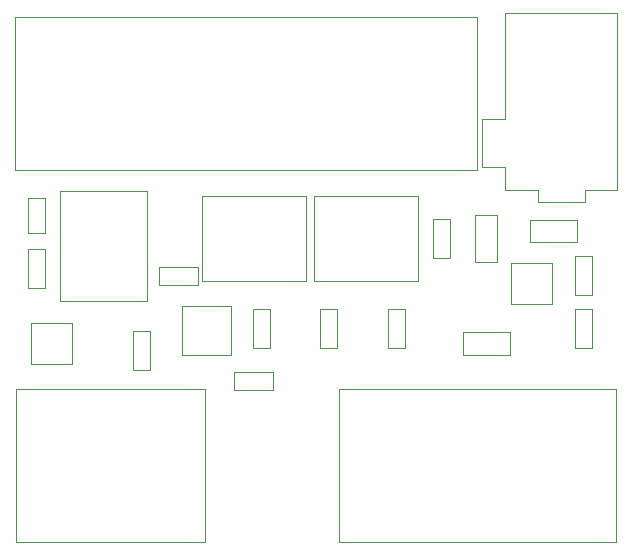
<source format=gbr>
G04 #@! TF.GenerationSoftware,KiCad,Pcbnew,(5.0.2)-1*
G04 #@! TF.CreationDate,2019-04-22T21:15:55+05:30*
G04 #@! TF.ProjectId,parking_sense_1,7061726b-696e-4675-9f73-656e73655f31,rev?*
G04 #@! TF.SameCoordinates,Original*
G04 #@! TF.FileFunction,Other,User*
%FSLAX46Y46*%
G04 Gerber Fmt 4.6, Leading zero omitted, Abs format (unit mm)*
G04 Created by KiCad (PCBNEW (5.0.2)-1) date 04/22/19 21:15:55*
%MOMM*%
%LPD*%
G01*
G04 APERTURE LIST*
%ADD10C,0.050000*%
G04 APERTURE END LIST*
D10*
G04 #@! TO.C,D1*
X82645000Y-47940000D02*
X82645000Y-46040000D01*
X82645000Y-46040000D02*
X78645000Y-46040000D01*
X78645000Y-47940000D02*
X78645000Y-46040000D01*
X82645000Y-47940000D02*
X78645000Y-47940000D01*
G04 #@! TO.C,D3*
X75880000Y-45625000D02*
X73980000Y-45625000D01*
X73980000Y-45625000D02*
X73980000Y-49625000D01*
X75880000Y-49625000D02*
X73980000Y-49625000D01*
X75880000Y-45625000D02*
X75880000Y-49625000D01*
G04 #@! TO.C,J3*
X85925000Y-60365000D02*
X62425000Y-60365000D01*
X85925000Y-73365000D02*
X85925000Y-60365000D01*
X62425000Y-73365000D02*
X85925000Y-73365000D01*
X62425000Y-60365000D02*
X62425000Y-73365000D01*
G04 #@! TO.C,D2*
X76930000Y-57465000D02*
X72930000Y-57465000D01*
X72930000Y-57465000D02*
X72930000Y-55565000D01*
X76930000Y-55565000D02*
X72930000Y-55565000D01*
X76930000Y-57465000D02*
X76930000Y-55565000D01*
G04 #@! TO.C,Q2*
X36350000Y-54815000D02*
X39850000Y-54815000D01*
X36350000Y-58215000D02*
X36350000Y-54815000D01*
X39850000Y-58215000D02*
X36350000Y-58215000D01*
X39850000Y-54815000D02*
X39850000Y-58215000D01*
G04 #@! TO.C,Q1*
X80490000Y-49735000D02*
X80490000Y-53135000D01*
X80490000Y-53135000D02*
X76990000Y-53135000D01*
X76990000Y-53135000D02*
X76990000Y-49735000D01*
X76990000Y-49735000D02*
X80490000Y-49735000D01*
G04 #@! TO.C,C1*
X70390000Y-45975000D02*
X71850000Y-45975000D01*
X71850000Y-45975000D02*
X71850000Y-49275000D01*
X71850000Y-49275000D02*
X70390000Y-49275000D01*
X70390000Y-49275000D02*
X70390000Y-45975000D01*
G04 #@! TO.C,C2*
X66580000Y-56895000D02*
X66580000Y-53595000D01*
X68040000Y-56895000D02*
X66580000Y-56895000D01*
X68040000Y-53595000D02*
X68040000Y-56895000D01*
X66580000Y-53595000D02*
X68040000Y-53595000D01*
G04 #@! TO.C,C3*
X60865000Y-53595000D02*
X62325000Y-53595000D01*
X62325000Y-53595000D02*
X62325000Y-56895000D01*
X62325000Y-56895000D02*
X60865000Y-56895000D01*
X60865000Y-56895000D02*
X60865000Y-53595000D01*
G04 #@! TO.C,C4*
X56610000Y-53595000D02*
X56610000Y-56895000D01*
X55150000Y-53595000D02*
X56610000Y-53595000D01*
X55150000Y-56895000D02*
X55150000Y-53595000D01*
X56610000Y-56895000D02*
X55150000Y-56895000D01*
G04 #@! TO.C,C5*
X53595000Y-60420000D02*
X53595000Y-58960000D01*
X53595000Y-58960000D02*
X56895000Y-58960000D01*
X56895000Y-58960000D02*
X56895000Y-60420000D01*
X56895000Y-60420000D02*
X53595000Y-60420000D01*
G04 #@! TO.C,J1*
X85780000Y-43545000D02*
X86030000Y-43545000D01*
X86030000Y-43545000D02*
X86030000Y-28545000D01*
X85780000Y-43545000D02*
X83280000Y-43545000D01*
X83280000Y-43545000D02*
X83280000Y-44545000D01*
X83280000Y-44545000D02*
X79280000Y-44545000D01*
X79280000Y-44545000D02*
X79280000Y-43545000D01*
X79280000Y-43545000D02*
X76530000Y-43545000D01*
X76530000Y-43545000D02*
X76530000Y-41545000D01*
X76530000Y-41545000D02*
X74530000Y-41545000D01*
X74530000Y-41545000D02*
X74530000Y-37545000D01*
X74530000Y-37545000D02*
X76530000Y-37545000D01*
X76530000Y-37545000D02*
X76530000Y-28545000D01*
X76530000Y-28545000D02*
X86030000Y-28545000D01*
G04 #@! TO.C,J2*
X35120000Y-60365000D02*
X35120000Y-73365000D01*
X35120000Y-73365000D02*
X51120000Y-73365000D01*
X51120000Y-73365000D02*
X51120000Y-60365000D01*
X51120000Y-60365000D02*
X35120000Y-60365000D01*
G04 #@! TO.C,J4*
X74160000Y-41870000D02*
X74160000Y-28870000D01*
X74160000Y-28870000D02*
X35060000Y-28870000D01*
X35060000Y-28870000D02*
X35060000Y-41870000D01*
X35060000Y-41870000D02*
X74160000Y-41870000D01*
G04 #@! TO.C,D4*
X37560000Y-47200000D02*
X36100000Y-47200000D01*
X36100000Y-47200000D02*
X36100000Y-44240000D01*
X36100000Y-44240000D02*
X37560000Y-44240000D01*
X37560000Y-44240000D02*
X37560000Y-47200000D01*
G04 #@! TO.C,U2*
X49150000Y-53330000D02*
X49150000Y-57530000D01*
X53350000Y-53330000D02*
X53350000Y-57530000D01*
X49150000Y-53330000D02*
X53350000Y-53330000D01*
X49150000Y-57530000D02*
X53350000Y-57530000D01*
G04 #@! TO.C,U1*
X38845000Y-43610000D02*
X38845000Y-52910000D01*
X46245000Y-43610000D02*
X46245000Y-52910000D01*
X38845000Y-43610000D02*
X46245000Y-43610000D01*
X38845000Y-52910000D02*
X46245000Y-52910000D01*
G04 #@! TO.C,U4*
X69170000Y-51225000D02*
X69170000Y-44025000D01*
X69170000Y-44025000D02*
X60370000Y-44025000D01*
X60370000Y-44025000D02*
X60370000Y-51225000D01*
X60370000Y-51225000D02*
X69170000Y-51225000D01*
G04 #@! TO.C,U5*
X50845000Y-51225000D02*
X59645000Y-51225000D01*
X50845000Y-44025000D02*
X50845000Y-51225000D01*
X59645000Y-44025000D02*
X50845000Y-44025000D01*
X59645000Y-51225000D02*
X59645000Y-44025000D01*
G04 #@! TO.C,R1*
X82455000Y-49150000D02*
X83915000Y-49150000D01*
X83915000Y-49150000D02*
X83915000Y-52450000D01*
X83915000Y-52450000D02*
X82455000Y-52450000D01*
X82455000Y-52450000D02*
X82455000Y-49150000D01*
G04 #@! TO.C,R2*
X82455000Y-56895000D02*
X82455000Y-53595000D01*
X83915000Y-56895000D02*
X82455000Y-56895000D01*
X83915000Y-53595000D02*
X83915000Y-56895000D01*
X82455000Y-53595000D02*
X83915000Y-53595000D01*
G04 #@! TO.C,R3*
X46450000Y-58800000D02*
X44990000Y-58800000D01*
X44990000Y-58800000D02*
X44990000Y-55500000D01*
X44990000Y-55500000D02*
X46450000Y-55500000D01*
X46450000Y-55500000D02*
X46450000Y-58800000D01*
G04 #@! TO.C,R4*
X47245000Y-50070000D02*
X50545000Y-50070000D01*
X47245000Y-51530000D02*
X47245000Y-50070000D01*
X50545000Y-51530000D02*
X47245000Y-51530000D01*
X50545000Y-50070000D02*
X50545000Y-51530000D01*
G04 #@! TO.C,R5*
X36100000Y-48515000D02*
X37560000Y-48515000D01*
X37560000Y-48515000D02*
X37560000Y-51815000D01*
X37560000Y-51815000D02*
X36100000Y-51815000D01*
X36100000Y-51815000D02*
X36100000Y-48515000D01*
G04 #@! TD*
M02*

</source>
